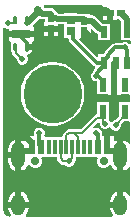
<source format=gtl>
G04*
G04 #@! TF.GenerationSoftware,Altium Limited,Altium Designer,21.9.1 (22)*
G04*
G04 Layer_Physical_Order=1*
G04 Layer_Color=255*
%FSLAX25Y25*%
%MOIN*%
G70*
G04*
G04 #@! TF.SameCoordinates,9576BD0E-73BF-4861-8540-BB655C5FDD5B*
G04*
G04*
G04 #@! TF.FilePolarity,Positive*
G04*
G01*
G75*
%ADD13C,0.00787*%
%ADD14R,0.02362X0.05118*%
%ADD15R,0.01181X0.05118*%
%ADD16R,0.02362X0.04724*%
%ADD17R,0.02441X0.02598*%
%ADD18O,0.01378X0.03150*%
%ADD20R,0.02362X0.03937*%
%ADD21R,0.02598X0.02441*%
%ADD22R,0.02559X0.02756*%
%ADD36R,0.06299X0.02756*%
%ADD37C,0.01200*%
%ADD38C,0.00800*%
%ADD39C,0.02000*%
%ADD40O,0.04724X0.08661*%
%ADD41O,0.04724X0.07087*%
%ADD42C,0.02756*%
%ADD43C,0.19685*%
%ADD44C,0.01968*%
G36*
X349530Y347594D02*
X350227Y347455D01*
X350227Y347455D01*
X351131D01*
Y346514D01*
X350918D01*
Y345215D01*
X353138D01*
X355359D01*
Y345624D01*
X357572D01*
Y341282D01*
X358903D01*
Y341107D01*
X359011Y340566D01*
X359176Y340318D01*
X359208Y340161D01*
X359514Y339703D01*
X367329Y331888D01*
X367718Y331628D01*
X367893Y331096D01*
X367358Y330561D01*
X367051Y330102D01*
X366975Y329718D01*
X366709Y329452D01*
X366440Y328801D01*
Y328096D01*
X366709Y327445D01*
X367208Y326947D01*
X367859Y326677D01*
X368430D01*
Y322384D01*
X371957D01*
Y322171D01*
X373138D01*
Y325534D01*
X375138D01*
Y322171D01*
X376320D01*
Y322384D01*
X379252D01*
X379605Y322030D01*
X379602Y319628D01*
X375910D01*
Y315032D01*
X374656Y313778D01*
X374286D01*
X373635Y313508D01*
X373308Y313181D01*
X372749Y313251D01*
X372734Y313260D01*
X372624Y313526D01*
X372367Y313783D01*
Y319628D01*
X368430D01*
Y315751D01*
X368104Y315687D01*
X367714Y315426D01*
X367714Y315426D01*
X362998Y310710D01*
X360733D01*
X360733Y310710D01*
X360733Y310710D01*
X359138D01*
X358678Y310618D01*
X358287Y310357D01*
X358287Y310357D01*
X357405Y309476D01*
X357144Y309085D01*
X357052Y308624D01*
X356759Y308232D01*
X351153D01*
X350832Y308732D01*
X350983Y309096D01*
Y309801D01*
X350713Y310452D01*
X350215Y310951D01*
X349564Y311221D01*
X348859D01*
X348208Y310951D01*
X347709Y310452D01*
X347440Y309801D01*
Y309096D01*
X347502Y308945D01*
X347168Y308445D01*
X344461D01*
Y307025D01*
X344012Y306804D01*
X343929Y306868D01*
X343233Y307156D01*
Y301963D01*
Y296769D01*
X343929Y297057D01*
X344631Y297596D01*
X345170Y298299D01*
X345425Y298915D01*
X345966Y298914D01*
X346027Y298767D01*
X346636Y298158D01*
X347432Y297829D01*
X348293D01*
X349089Y298158D01*
X349698Y298767D01*
X350028Y299563D01*
Y300425D01*
X349774Y301039D01*
X350033Y301539D01*
X355084D01*
Y300951D01*
X355083Y300951D01*
X355175Y300490D01*
X355436Y300099D01*
X356381Y299154D01*
X356381Y299154D01*
X356772Y298893D01*
X357233Y298802D01*
X357932D01*
X358229Y298504D01*
X358880Y298234D01*
X359585D01*
X360237Y298504D01*
X360735Y299002D01*
X361004Y299654D01*
Y300075D01*
X361076Y300146D01*
X361337Y300537D01*
X361429Y300998D01*
X361429Y300998D01*
Y301539D01*
X368449D01*
X368708Y301039D01*
X368453Y300425D01*
Y299563D01*
X368783Y298767D01*
X369392Y298158D01*
X370188Y297829D01*
X371049D01*
X371845Y298158D01*
X372455Y298767D01*
X372515Y298914D01*
X373057Y298914D01*
X373312Y298299D01*
X373850Y297596D01*
X374553Y297057D01*
X375249Y296769D01*
Y301963D01*
Y307156D01*
X374553Y306868D01*
X374468Y306803D01*
X374020Y307024D01*
Y308445D01*
X372839D01*
Y304886D01*
X370839D01*
Y308445D01*
X370104D01*
Y308970D01*
X369997Y309512D01*
X369983Y309532D01*
Y309801D01*
X369713Y310452D01*
X369215Y310951D01*
X368564Y311221D01*
X367859D01*
X367454Y311053D01*
X367171Y311477D01*
X368727Y313033D01*
X369269Y312868D01*
X369286Y312785D01*
X369350Y312688D01*
Y312170D01*
X369620Y311519D01*
X370118Y311020D01*
X370770Y310751D01*
X371474D01*
X372126Y311020D01*
X372452Y311347D01*
X373012Y311277D01*
X373026Y311268D01*
X373136Y311002D01*
X373635Y310504D01*
X374286Y310234D01*
X374991D01*
X375642Y310504D01*
X376140Y311002D01*
X376410Y311653D01*
Y312126D01*
X377613Y313329D01*
X379241D01*
X379594Y312975D01*
X379586Y305917D01*
X379085Y305757D01*
X378646Y306329D01*
X377944Y306868D01*
X377249Y307156D01*
Y301963D01*
Y296769D01*
X377944Y297057D01*
X378646Y297596D01*
X379077Y298157D01*
X379576Y297987D01*
X379565Y288709D01*
X379065Y288539D01*
X378646Y289085D01*
X377944Y289624D01*
X377249Y289912D01*
Y285506D01*
X376249D01*
Y284506D01*
X372857D01*
Y284325D01*
X372973Y283447D01*
X373312Y282629D01*
X373760Y282045D01*
X373588Y281545D01*
X344894D01*
X344722Y282045D01*
X345170Y282629D01*
X345509Y283447D01*
X345624Y284325D01*
Y284506D01*
X338842D01*
Y284325D01*
X338957Y283447D01*
X339296Y282629D01*
X339744Y282045D01*
X339733Y281956D01*
X339306Y281583D01*
X338726Y281698D01*
X337915Y282240D01*
X337374Y283050D01*
X337191Y283969D01*
X337221Y284006D01*
X337221D01*
X337178Y284224D01*
Y344405D01*
X337678Y344612D01*
X337747Y344543D01*
X338398Y344273D01*
X338989D01*
Y343506D01*
X343138D01*
X347288D01*
Y344884D01*
X347202D01*
X347000Y345310D01*
X346995Y345384D01*
X349335Y347724D01*
X349530Y347594D01*
D02*
G37*
G36*
X370607Y351667D02*
Y350447D01*
X372906D01*
Y349447D01*
X373906D01*
Y347226D01*
X375205D01*
Y347439D01*
X375880D01*
X376556Y346762D01*
Y345880D01*
X376410D01*
Y340368D01*
X379273D01*
X379626Y340014D01*
X379625Y339194D01*
X379540Y339144D01*
X379125Y339040D01*
X378715Y339451D01*
X378064Y339721D01*
X377359D01*
X376708Y339451D01*
X376620Y339363D01*
X374587D01*
X374046Y339256D01*
X373587Y338949D01*
X371070Y336432D01*
X370763Y335973D01*
X370698Y335644D01*
X368930D01*
Y334995D01*
X368430Y334788D01*
X362532Y340686D01*
X362723Y341148D01*
X363138D01*
Y343447D01*
X365138D01*
Y341148D01*
X366359D01*
Y344028D01*
X366821Y344220D01*
X368236Y342804D01*
X368236Y342804D01*
X368828Y342409D01*
X368930Y342389D01*
Y340369D01*
X372867D01*
Y345880D01*
X370894D01*
X370718Y345915D01*
X370280D01*
X368092Y348103D01*
X367501Y348498D01*
X366804Y348637D01*
X366804Y348637D01*
X366146D01*
Y348998D01*
X364845D01*
X364647Y349131D01*
X363949Y349269D01*
X363949Y349269D01*
X361705D01*
Y349352D01*
X357572D01*
Y349269D01*
X355910D01*
X355393Y349615D01*
X355146Y349664D01*
Y349766D01*
X354864D01*
X354822Y349975D01*
X354427Y350566D01*
X353836Y350961D01*
X353138Y351100D01*
X350982D01*
X350621Y351461D01*
X350688Y351839D01*
X350739Y351961D01*
X370229D01*
X370607Y351667D01*
D02*
G37*
%LPC*%
G36*
X355359Y343215D02*
X354138D01*
Y341915D01*
X355359D01*
Y343215D01*
D02*
G37*
G36*
X352138D02*
X350918D01*
Y341915D01*
X352138D01*
Y343215D01*
D02*
G37*
G36*
X347288Y341506D02*
X343138D01*
X338989D01*
Y340128D01*
X339506D01*
X339779Y339637D01*
X339665Y339061D01*
Y337289D01*
X339779Y336713D01*
X340086Y336254D01*
X340177Y335795D01*
X340440Y335402D01*
X341776Y334065D01*
Y333653D01*
X342046Y333002D01*
X342544Y332504D01*
X343195Y332234D01*
X343900D01*
X344551Y332504D01*
X345050Y333002D01*
X345320Y333653D01*
Y334358D01*
X345050Y335010D01*
X344976Y335084D01*
X345045Y335339D01*
X345184Y335583D01*
X345766Y335698D01*
X346325Y336072D01*
X346698Y336630D01*
X346806Y337175D01*
X345107D01*
Y339175D01*
X346806D01*
X346716Y339628D01*
X346981Y340128D01*
X347288D01*
Y341506D01*
D02*
G37*
G36*
X354475Y333136D02*
X352802D01*
X351149Y332874D01*
X349558Y332357D01*
X348067Y331597D01*
X346713Y330614D01*
X345530Y329431D01*
X344547Y328077D01*
X343787Y326586D01*
X343270Y324995D01*
X343008Y323342D01*
Y321669D01*
X343270Y320017D01*
X343787Y318425D01*
X344547Y316935D01*
X345530Y315581D01*
X346713Y314398D01*
X348067Y313414D01*
X349558Y312655D01*
X351149Y312138D01*
X352802Y311876D01*
X354475D01*
X356128Y312138D01*
X357719Y312655D01*
X359210Y313414D01*
X360563Y314398D01*
X361747Y315581D01*
X362730Y316935D01*
X363490Y318425D01*
X364007Y320017D01*
X364268Y321669D01*
Y323342D01*
X364007Y324995D01*
X363490Y326586D01*
X362730Y328077D01*
X361747Y329431D01*
X360563Y330614D01*
X359210Y331597D01*
X357719Y332357D01*
X356128Y332874D01*
X354475Y333136D01*
D02*
G37*
G36*
X341233Y307156D02*
X340537Y306868D01*
X339835Y306329D01*
X339296Y305627D01*
X338957Y304809D01*
X338842Y303931D01*
Y302963D01*
X341233D01*
Y307156D01*
D02*
G37*
G36*
Y300963D02*
X338842D01*
Y299994D01*
X338957Y299116D01*
X339296Y298299D01*
X339835Y297596D01*
X340537Y297057D01*
X341233Y296769D01*
Y300963D01*
D02*
G37*
G36*
X375249Y289912D02*
X374553Y289624D01*
X373850Y289085D01*
X373312Y288383D01*
X372973Y287565D01*
X372857Y286687D01*
Y286506D01*
X375249D01*
Y289912D01*
D02*
G37*
G36*
X343233D02*
Y286506D01*
X345624D01*
Y286687D01*
X345509Y287565D01*
X345170Y288383D01*
X344631Y289085D01*
X343929Y289624D01*
X343233Y289912D01*
D02*
G37*
G36*
X341233D02*
X340537Y289624D01*
X339835Y289085D01*
X339296Y288383D01*
X338957Y287565D01*
X338842Y286687D01*
Y286506D01*
X341233D01*
Y289912D01*
D02*
G37*
G36*
X371906Y348447D02*
X370607D01*
Y347226D01*
X371906D01*
Y348447D01*
D02*
G37*
%LPD*%
D13*
X356288Y300951D02*
Y304886D01*
Y300951D02*
X357233Y300006D01*
X359233D01*
X360225Y300998D01*
Y304886D01*
X358257D02*
Y308624D01*
X359138Y309506D01*
X360733D01*
X362194Y308045D01*
X360733Y309506D02*
X363497D01*
X369512Y314574D02*
X370012Y315074D01*
X363497Y309506D02*
X368565Y314574D01*
X369512D01*
X370012Y315074D02*
Y315396D01*
X370398Y313246D02*
Y316282D01*
Y313246D02*
X371122Y312522D01*
X338751Y345524D02*
Y346045D01*
X377879Y315297D02*
Y316478D01*
X374638Y312006D02*
Y312057D01*
X377879Y315297D01*
X339426Y346199D02*
X341296D01*
D14*
X346642Y304886D02*
D03*
X349792D02*
D03*
X371839D02*
D03*
X368690D02*
D03*
D15*
X352351D02*
D03*
X354320D02*
D03*
X356288D02*
D03*
X358257D02*
D03*
X360225D02*
D03*
X362194D02*
D03*
X364162D02*
D03*
X366131D02*
D03*
D16*
X377879Y325534D02*
D03*
X374138D02*
D03*
X370398D02*
D03*
Y316478D02*
D03*
X377879D02*
D03*
D17*
X364138Y346911D02*
D03*
Y343447D02*
D03*
X353138Y347679D02*
D03*
Y344215D02*
D03*
D18*
X345107Y347230D02*
D03*
X341170D02*
D03*
Y338175D02*
D03*
X345107D02*
D03*
D20*
X370898Y332888D02*
D03*
X374638Y332888D02*
D03*
X378378Y332888D02*
D03*
X378379Y343124D02*
D03*
X370899Y343125D02*
D03*
D21*
X376371Y349447D02*
D03*
X372906D02*
D03*
D22*
X359638Y347187D02*
D03*
Y343447D02*
D03*
D36*
X343138Y342506D02*
D03*
D37*
X372070Y334847D02*
Y335431D01*
X370898Y333676D02*
X372070Y334847D01*
Y335431D02*
X374587Y337949D01*
X377711D01*
X368329Y332888D02*
X370898D01*
X360515Y340703D02*
X368329Y332888D01*
X370898D02*
Y333676D01*
X343264Y341474D02*
X345233Y339506D01*
Y337144D02*
Y339506D01*
X349211Y305467D02*
X349792Y304886D01*
X349211Y305467D02*
Y308449D01*
X349208Y309446D02*
X349211Y309449D01*
X349208Y308452D02*
Y309446D01*
Y308452D02*
X349211Y308449D01*
X368690Y304886D02*
Y308970D01*
X368211Y309449D02*
X368690Y308970D01*
X368211Y328449D02*
X368664D01*
X370398Y326715D01*
Y325534D02*
Y326715D01*
X359638Y343447D02*
X360318Y342767D01*
Y341107D02*
X360515Y340911D01*
Y340703D02*
Y340911D01*
X360318Y341107D02*
Y342767D01*
X368358Y328596D02*
Y329561D01*
X370898Y332101D02*
Y332888D01*
X368211Y328449D02*
X368358Y328596D01*
Y329561D02*
X370898Y332101D01*
X378378Y332888D02*
Y337282D01*
X377711Y337949D02*
X378378Y337282D01*
D38*
X362194Y304886D02*
Y308045D01*
X341296Y336258D02*
Y337144D01*
Y336258D02*
X343548Y334006D01*
D39*
X374990Y303424D02*
X376249Y302166D01*
Y301963D02*
Y302166D01*
X371839Y303605D02*
Y304886D01*
Y303605D02*
X372020Y303424D01*
X374990D01*
X342233Y302166D02*
X343491Y303424D01*
X342233Y301963D02*
Y302166D01*
X343638Y309267D02*
X346642Y306264D01*
Y304886D02*
Y306264D01*
Y303605D02*
Y304886D01*
X346461Y303424D02*
X346642Y303605D01*
X343491Y303424D02*
X346461D01*
X371839Y304886D02*
Y309341D01*
X374138Y325730D02*
X374186Y325778D01*
Y332841D01*
X374233Y332888D01*
X370718Y343125D02*
Y344093D01*
X369525D02*
X370718D01*
X348583Y350783D02*
X348653Y350852D01*
X348583Y349549D02*
Y350783D01*
X345233Y346199D02*
X345686Y346652D01*
X348583Y349549D01*
X348653Y350852D02*
X349269Y350235D01*
X350227Y349278D01*
X353138Y348604D02*
X353812Y347931D01*
X363949Y347447D02*
X364418Y346978D01*
X350227Y349278D02*
X353138D01*
X353812Y347931D02*
X354696D01*
X355180Y347447D01*
X359638D01*
X363949D01*
X366804Y346814D02*
X369525Y344093D01*
X364359Y346814D02*
Y346978D01*
Y346814D02*
X366804D01*
X371111Y350317D02*
X371308D01*
X371981Y349447D02*
Y349644D01*
X370981Y350447D02*
X371111Y350317D01*
X371308D02*
X371981Y349644D01*
X366638Y350447D02*
X366823Y350631D01*
X366638Y350447D02*
X370981D01*
X364138Y343368D02*
X366359Y341148D01*
X364138Y343368D02*
Y343447D01*
X366359Y341148D02*
X366420D01*
X376371Y349447D02*
X376449D01*
X378379Y343124D02*
Y347517D01*
X376449Y349447D02*
X378379Y347517D01*
D40*
X376249Y301963D02*
D03*
X342233D02*
D03*
D41*
Y285506D02*
D03*
X376249D02*
D03*
D42*
X347863Y299994D02*
D03*
X370619D02*
D03*
D43*
X353638Y322506D02*
D03*
D44*
X372047Y295275D02*
D03*
X366142Y283465D02*
D03*
X360236Y295275D02*
D03*
X354331Y283465D02*
D03*
X348425Y342520D02*
D03*
X342520Y330709D02*
D03*
X348425Y295275D02*
D03*
X343548Y334006D02*
D03*
X359233Y300006D02*
D03*
X374638Y312006D02*
D03*
X371122Y312522D02*
D03*
X338751Y346045D02*
D03*
X348653Y350852D02*
D03*
X366823Y350631D02*
D03*
X366420Y341148D02*
D03*
X349211Y309449D02*
D03*
X368211D02*
D03*
Y328449D02*
D03*
X377711Y337949D02*
D03*
M02*

</source>
